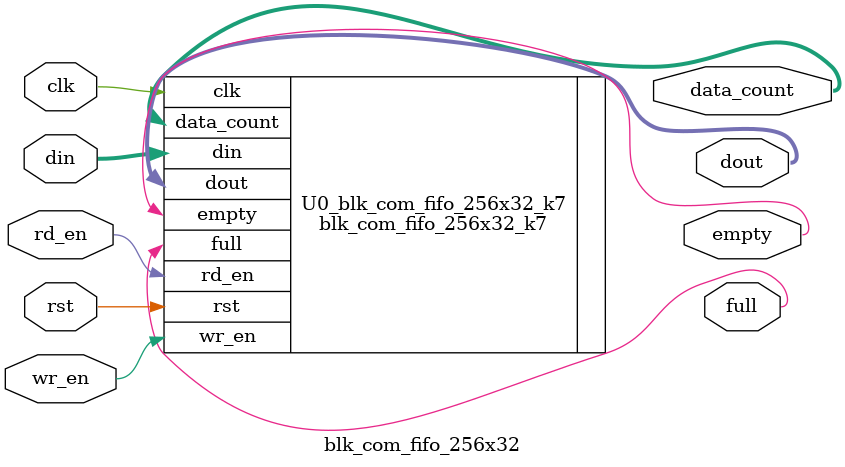
<source format=v>
`timescale 1ns/100ps

module blk_com_fifo_256x32(
input           clk    ,
input           rst    ,
input  [31 : 0] din    ,
input           wr_en  ,
input           rd_en  ,

output [31 : 0] dout   ,
output          full   ,
output          empty  ,
output [7 : 0]  data_count
);

wire [31 : 0] S_dout       ;
wire          S_full       ;
wire          S_empty      ;
wire [7 : 0]  S_data_count ;

///`ifdef Xilinx_K7  ///blk_fifo_256x32_k7_funcsim
blk_com_fifo_256x32_k7 U0_blk_com_fifo_256x32_k7(
  .clk        (clk      ),      
  .rst       (rst      ),     
  .din        (din      ),      
  .wr_en      (wr_en    ),    
  .rd_en      (rd_en    ),    
  .dout       (dout     ),     
  .full       (full     ),     
  .empty      (empty    ),    
  .data_count (data_count)
);
///`endif
///`ifdef Xilinx_S6
///fifo_256x32_xilinx U0_fifo_256x32_xilinx(
///  .clk        (clk      ),      
///  .rst        (rst      ),     
///  .din        (din      ),      
///  .wr_en      (wr_en    ),    
///  .rd_en      (rd_en    ),    
///  .dout       (dout      ),      ///(S_dout      ),  
///  .full       (full      ),      ///(S_full      ),  
///  .empty      (empty     ),      ///(S_empty     ),  
///  .data_count (data_count)       ///(S_data_count)   
///);
///`endif

endmodule
</source>
